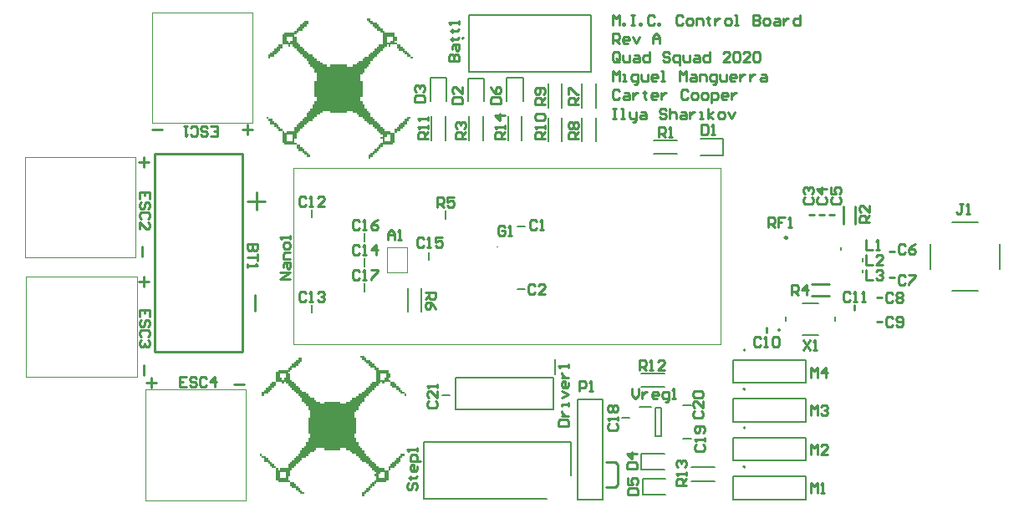
<source format=gto>
G04*
G04 #@! TF.GenerationSoftware,Altium Limited,Altium Designer,19.1.9 (167)*
G04*
G04 Layer_Color=65535*
%FSLAX25Y25*%
%MOIN*%
G70*
G01*
G75*
%ADD10C,0.00787*%
%ADD11C,0.00984*%
%ADD12C,0.00600*%
%ADD13C,0.00500*%
%ADD14C,0.01000*%
%ADD15C,0.00394*%
G36*
X101300Y47600D02*
Y46800D01*
X100500D01*
Y46000D01*
X99700D01*
Y45200D01*
X98900D01*
Y44400D01*
X98100D01*
Y43600D01*
X96500D01*
Y42800D01*
X95700D01*
Y43600D01*
Y44400D01*
X96500D01*
Y45200D01*
X97300D01*
Y46000D01*
X98100D01*
Y46800D01*
X98900D01*
Y47600D01*
X99700D01*
Y48400D01*
X101300D01*
Y47600D01*
D02*
G37*
G36*
X136500Y58000D02*
X137300D01*
Y57200D01*
X138900D01*
Y56400D01*
X139700D01*
Y55600D01*
X140500D01*
Y54800D01*
X141300D01*
Y54000D01*
X142100D01*
Y53200D01*
X146100D01*
Y52400D01*
Y51600D01*
X146900D01*
Y50800D01*
Y50000D01*
X146100D01*
Y49200D01*
X146900D01*
Y48400D01*
X148500D01*
Y47600D01*
X149300D01*
Y46800D01*
X150100D01*
Y46000D01*
X150900D01*
Y45200D01*
X151700D01*
Y44400D01*
X152500D01*
Y43600D01*
X153300D01*
Y42800D01*
X152500D01*
Y43600D01*
X150900D01*
Y44400D01*
X150100D01*
Y45200D01*
X149300D01*
Y46000D01*
X147700D01*
Y46800D01*
X146900D01*
Y47600D01*
Y48400D01*
X144500D01*
Y47600D01*
X143700D01*
Y48400D01*
X142900D01*
Y47600D01*
X142100D01*
Y46800D01*
X141300D01*
Y46000D01*
X140500D01*
Y45200D01*
X139700D01*
Y44400D01*
X138900D01*
Y43600D01*
X138100D01*
Y42800D01*
X137300D01*
Y42000D01*
X136500D01*
Y41200D01*
Y40400D01*
X135700D01*
Y39600D01*
X134900D01*
Y38800D01*
X134100D01*
Y38000D01*
Y37200D01*
X133300D01*
Y36400D01*
X132500D01*
Y35600D01*
Y34800D01*
Y34000D01*
X133300D01*
Y33200D01*
Y32400D01*
Y31600D01*
Y30800D01*
Y30000D01*
Y29200D01*
Y28400D01*
Y27600D01*
X132500D01*
Y26800D01*
Y26000D01*
X133300D01*
Y25200D01*
Y24400D01*
X134100D01*
Y23600D01*
Y22800D01*
X134900D01*
Y22000D01*
X135700D01*
Y21200D01*
X136500D01*
Y20400D01*
Y19600D01*
X137300D01*
Y18800D01*
X138100D01*
Y18000D01*
X138900D01*
Y17200D01*
X139700D01*
Y16400D01*
X140500D01*
Y15600D01*
X141300D01*
Y14800D01*
X142100D01*
Y14000D01*
X144500D01*
Y13200D01*
X146100D01*
Y12400D01*
Y11600D01*
Y10800D01*
Y10000D01*
Y9200D01*
X145300D01*
Y8400D01*
X141300D01*
Y7600D01*
X140500D01*
Y6800D01*
X139700D01*
Y6000D01*
X138900D01*
Y5200D01*
X138100D01*
Y4400D01*
X137300D01*
Y3600D01*
X136500D01*
Y2800D01*
X135700D01*
Y3600D01*
Y4400D01*
X136500D01*
Y5200D01*
X137300D01*
Y6000D01*
X138100D01*
Y6800D01*
X138900D01*
Y7600D01*
X139700D01*
Y8400D01*
X140500D01*
Y9200D01*
X141300D01*
Y10000D01*
Y10800D01*
X140500D01*
Y11600D01*
X141300D01*
Y12400D01*
X140500D01*
Y13200D01*
X139700D01*
Y14000D01*
X138900D01*
Y14800D01*
X138100D01*
Y15600D01*
X137300D01*
Y16400D01*
X135700D01*
Y17200D01*
X134900D01*
Y18000D01*
X134100D01*
Y18800D01*
X133300D01*
Y19600D01*
X131700D01*
Y20400D01*
X130900D01*
Y21200D01*
X129300D01*
Y22000D01*
X126900D01*
Y21200D01*
X120500D01*
Y22000D01*
X117300D01*
Y21200D01*
X116500D01*
Y20400D01*
X114900D01*
Y19600D01*
X114100D01*
Y18800D01*
X113300D01*
Y18000D01*
X111700D01*
Y17200D01*
X110900D01*
Y16400D01*
X110100D01*
Y15600D01*
X109300D01*
Y14800D01*
X108500D01*
Y14000D01*
X107700D01*
Y13200D01*
X106900D01*
Y12400D01*
Y11600D01*
Y10800D01*
X106100D01*
Y10000D01*
Y9200D01*
X106900D01*
Y8400D01*
X108500D01*
Y7600D01*
X109300D01*
Y6800D01*
X110100D01*
Y6000D01*
X110900D01*
Y5200D01*
X111700D01*
Y4400D01*
X112500D01*
Y3600D01*
X110900D01*
Y4400D01*
X110100D01*
Y5200D01*
X109300D01*
Y6000D01*
X107700D01*
Y6800D01*
X106900D01*
Y7600D01*
Y8400D01*
X102100D01*
Y9200D01*
X101300D01*
Y10000D01*
Y10800D01*
Y11600D01*
Y12400D01*
Y13200D01*
Y14000D01*
X99700D01*
Y14800D01*
X98900D01*
Y15600D01*
X98100D01*
Y16400D01*
X96500D01*
Y17200D01*
Y18000D01*
X95700D01*
Y18800D01*
X94900D01*
Y19600D01*
X95700D01*
Y18800D01*
X97300D01*
Y18000D01*
X98100D01*
Y17200D01*
X98900D01*
Y16400D01*
X99700D01*
Y15600D01*
X100500D01*
Y14800D01*
X101300D01*
Y14000D01*
X102100D01*
Y13200D01*
X102900D01*
Y14000D01*
X106100D01*
Y14800D01*
Y15600D01*
X106900D01*
Y16400D01*
X107700D01*
Y17200D01*
X108500D01*
Y18000D01*
X109300D01*
Y18800D01*
X110100D01*
Y19600D01*
X110900D01*
Y20400D01*
Y21200D01*
X111700D01*
Y22000D01*
X112500D01*
Y22800D01*
X113300D01*
Y23600D01*
Y24400D01*
X114100D01*
Y25200D01*
Y26000D01*
X114900D01*
Y26800D01*
Y27600D01*
X114100D01*
Y28400D01*
Y29200D01*
Y30000D01*
Y30800D01*
Y31600D01*
Y32400D01*
Y33200D01*
Y34000D01*
X114900D01*
Y34800D01*
Y35600D01*
Y36400D01*
Y37200D01*
X114100D01*
Y38000D01*
Y38800D01*
X113300D01*
Y39600D01*
X112500D01*
Y40400D01*
X111700D01*
Y41200D01*
Y42000D01*
X110900D01*
Y42800D01*
X110100D01*
Y43600D01*
X109300D01*
Y44400D01*
X108500D01*
Y45200D01*
X107700D01*
Y46000D01*
X106900D01*
Y46800D01*
X106100D01*
Y47600D01*
X105300D01*
Y48400D01*
X104500D01*
Y47600D01*
X103700D01*
Y48400D01*
X101300D01*
Y49200D01*
Y50000D01*
Y50800D01*
Y51600D01*
Y52400D01*
X102100D01*
Y53200D01*
X106100D01*
Y54000D01*
X106900D01*
Y54800D01*
X107700D01*
Y55600D01*
X108500D01*
Y56400D01*
X109300D01*
Y57200D01*
X110100D01*
Y58000D01*
X111700D01*
Y57200D01*
Y56400D01*
X110900D01*
Y55600D01*
X110100D01*
Y54800D01*
X109300D01*
Y54000D01*
X107700D01*
Y53200D01*
X106900D01*
Y52400D01*
X106100D01*
Y51600D01*
X106900D01*
Y50800D01*
Y50000D01*
Y49200D01*
X107700D01*
Y48400D01*
X108500D01*
Y47600D01*
X109300D01*
Y46800D01*
X110100D01*
Y46000D01*
X110900D01*
Y45200D01*
X111700D01*
Y44400D01*
X113300D01*
Y43600D01*
X114100D01*
Y42800D01*
X114900D01*
Y42000D01*
X116500D01*
Y41200D01*
X117300D01*
Y40400D01*
X118900D01*
Y39600D01*
X120500D01*
Y40400D01*
X126900D01*
Y39600D01*
X129300D01*
Y40400D01*
X130900D01*
Y41200D01*
X131700D01*
Y42000D01*
X133300D01*
Y42800D01*
X134100D01*
Y43600D01*
X135700D01*
Y44400D01*
X136500D01*
Y45200D01*
X137300D01*
Y46000D01*
X138100D01*
Y46800D01*
X138900D01*
Y47600D01*
X139700D01*
Y48400D01*
X141300D01*
Y49200D01*
Y50000D01*
Y50800D01*
Y51600D01*
Y52400D01*
Y53200D01*
X140500D01*
Y54000D01*
X138900D01*
Y54800D01*
X138100D01*
Y55600D01*
X137300D01*
Y56400D01*
X136500D01*
Y57200D01*
X135700D01*
Y58000D01*
X134900D01*
Y58800D01*
X136500D01*
Y58000D01*
D02*
G37*
G36*
X152500Y18800D02*
X151700D01*
Y18000D01*
X150900D01*
Y17200D01*
Y16400D01*
X150100D01*
Y15600D01*
X149300D01*
Y14800D01*
X148500D01*
Y14000D01*
X146900D01*
Y13200D01*
X146100D01*
Y14000D01*
Y14800D01*
X146900D01*
Y15600D01*
X147700D01*
Y16400D01*
X148500D01*
Y17200D01*
X149300D01*
Y18000D01*
X150100D01*
Y18800D01*
X150900D01*
Y19600D01*
X152500D01*
Y18800D01*
D02*
G37*
G36*
X103800Y182100D02*
Y181300D01*
X103000D01*
Y180500D01*
X102200D01*
Y179700D01*
X101400D01*
Y178900D01*
X100600D01*
Y178100D01*
X99000D01*
Y177300D01*
X98200D01*
Y178100D01*
Y178900D01*
X99000D01*
Y179700D01*
X99800D01*
Y180500D01*
X100600D01*
Y181300D01*
X101400D01*
Y182100D01*
X102200D01*
Y182900D01*
X103800D01*
Y182100D01*
D02*
G37*
G36*
X139000Y192500D02*
X139800D01*
Y191700D01*
X141400D01*
Y190900D01*
X142200D01*
Y190100D01*
X143000D01*
Y189300D01*
X143800D01*
Y188500D01*
X144600D01*
Y187700D01*
X148600D01*
Y186900D01*
Y186100D01*
X149400D01*
Y185300D01*
Y184500D01*
X148600D01*
Y183700D01*
X149400D01*
Y182900D01*
X151000D01*
Y182100D01*
X151800D01*
Y181300D01*
X152600D01*
Y180500D01*
X153400D01*
Y179700D01*
X154200D01*
Y178900D01*
X155000D01*
Y178100D01*
X155800D01*
Y177300D01*
X155000D01*
Y178100D01*
X153400D01*
Y178900D01*
X152600D01*
Y179700D01*
X151800D01*
Y180500D01*
X150200D01*
Y181300D01*
X149400D01*
Y182100D01*
Y182900D01*
X147000D01*
Y182100D01*
X146200D01*
Y182900D01*
X145400D01*
Y182100D01*
X144600D01*
Y181300D01*
X143800D01*
Y180500D01*
X143000D01*
Y179700D01*
X142200D01*
Y178900D01*
X141400D01*
Y178100D01*
X140600D01*
Y177300D01*
X139800D01*
Y176500D01*
X139000D01*
Y175700D01*
Y174900D01*
X138200D01*
Y174100D01*
X137400D01*
Y173300D01*
X136600D01*
Y172500D01*
Y171700D01*
X135800D01*
Y170900D01*
X135000D01*
Y170100D01*
Y169300D01*
Y168500D01*
X135800D01*
Y167700D01*
Y166900D01*
Y166100D01*
Y165300D01*
Y164500D01*
Y163700D01*
Y162900D01*
Y162100D01*
X135000D01*
Y161300D01*
Y160500D01*
X135800D01*
Y159700D01*
Y158900D01*
X136600D01*
Y158100D01*
Y157300D01*
X137400D01*
Y156500D01*
X138200D01*
Y155700D01*
X139000D01*
Y154900D01*
Y154100D01*
X139800D01*
Y153300D01*
X140600D01*
Y152500D01*
X141400D01*
Y151700D01*
X142200D01*
Y150900D01*
X143000D01*
Y150100D01*
X143800D01*
Y149300D01*
X144600D01*
Y148500D01*
X147000D01*
Y147700D01*
X148600D01*
Y146900D01*
Y146100D01*
Y145300D01*
Y144500D01*
Y143700D01*
X147800D01*
Y142900D01*
X143800D01*
Y142100D01*
X143000D01*
Y141300D01*
X142200D01*
Y140500D01*
X141400D01*
Y139700D01*
X140600D01*
Y138900D01*
X139800D01*
Y138100D01*
X139000D01*
Y137300D01*
X138200D01*
Y138100D01*
Y138900D01*
X139000D01*
Y139700D01*
X139800D01*
Y140500D01*
X140600D01*
Y141300D01*
X141400D01*
Y142100D01*
X142200D01*
Y142900D01*
X143000D01*
Y143700D01*
X143800D01*
Y144500D01*
Y145300D01*
X143000D01*
Y146100D01*
X143800D01*
Y146900D01*
X143000D01*
Y147700D01*
X142200D01*
Y148500D01*
X141400D01*
Y149300D01*
X140600D01*
Y150100D01*
X139800D01*
Y150900D01*
X138200D01*
Y151700D01*
X137400D01*
Y152500D01*
X136600D01*
Y153300D01*
X135800D01*
Y154100D01*
X134200D01*
Y154900D01*
X133400D01*
Y155700D01*
X131800D01*
Y156500D01*
X129400D01*
Y155700D01*
X123000D01*
Y156500D01*
X119800D01*
Y155700D01*
X119000D01*
Y154900D01*
X117400D01*
Y154100D01*
X116600D01*
Y153300D01*
X115800D01*
Y152500D01*
X114200D01*
Y151700D01*
X113400D01*
Y150900D01*
X112600D01*
Y150100D01*
X111800D01*
Y149300D01*
X111000D01*
Y148500D01*
X110200D01*
Y147700D01*
X109400D01*
Y146900D01*
Y146100D01*
Y145300D01*
X108600D01*
Y144500D01*
Y143700D01*
X109400D01*
Y142900D01*
X111000D01*
Y142100D01*
X111800D01*
Y141300D01*
X112600D01*
Y140500D01*
X113400D01*
Y139700D01*
X114200D01*
Y138900D01*
X115000D01*
Y138100D01*
X113400D01*
Y138900D01*
X112600D01*
Y139700D01*
X111800D01*
Y140500D01*
X110200D01*
Y141300D01*
X109400D01*
Y142100D01*
Y142900D01*
X104600D01*
Y143700D01*
X103800D01*
Y144500D01*
Y145300D01*
Y146100D01*
Y146900D01*
Y147700D01*
Y148500D01*
X102200D01*
Y149300D01*
X101400D01*
Y150100D01*
X100600D01*
Y150900D01*
X99000D01*
Y151700D01*
Y152500D01*
X98200D01*
Y153300D01*
X97400D01*
Y154100D01*
X98200D01*
Y153300D01*
X99800D01*
Y152500D01*
X100600D01*
Y151700D01*
X101400D01*
Y150900D01*
X102200D01*
Y150100D01*
X103000D01*
Y149300D01*
X103800D01*
Y148500D01*
X104600D01*
Y147700D01*
X105400D01*
Y148500D01*
X108600D01*
Y149300D01*
Y150100D01*
X109400D01*
Y150900D01*
X110200D01*
Y151700D01*
X111000D01*
Y152500D01*
X111800D01*
Y153300D01*
X112600D01*
Y154100D01*
X113400D01*
Y154900D01*
Y155700D01*
X114200D01*
Y156500D01*
X115000D01*
Y157300D01*
X115800D01*
Y158100D01*
Y158900D01*
X116600D01*
Y159700D01*
Y160500D01*
X117400D01*
Y161300D01*
Y162100D01*
X116600D01*
Y162900D01*
Y163700D01*
Y164500D01*
Y165300D01*
Y166100D01*
Y166900D01*
Y167700D01*
Y168500D01*
X117400D01*
Y169300D01*
Y170100D01*
Y170900D01*
Y171700D01*
X116600D01*
Y172500D01*
Y173300D01*
X115800D01*
Y174100D01*
X115000D01*
Y174900D01*
X114200D01*
Y175700D01*
Y176500D01*
X113400D01*
Y177300D01*
X112600D01*
Y178100D01*
X111800D01*
Y178900D01*
X111000D01*
Y179700D01*
X110200D01*
Y180500D01*
X109400D01*
Y181300D01*
X108600D01*
Y182100D01*
X107800D01*
Y182900D01*
X107000D01*
Y182100D01*
X106200D01*
Y182900D01*
X103800D01*
Y183700D01*
Y184500D01*
Y185300D01*
Y186100D01*
Y186900D01*
X104600D01*
Y187700D01*
X108600D01*
Y188500D01*
X109400D01*
Y189300D01*
X110200D01*
Y190100D01*
X111000D01*
Y190900D01*
X111800D01*
Y191700D01*
X112600D01*
Y192500D01*
X114200D01*
Y191700D01*
Y190900D01*
X113400D01*
Y190100D01*
X112600D01*
Y189300D01*
X111800D01*
Y188500D01*
X110200D01*
Y187700D01*
X109400D01*
Y186900D01*
X108600D01*
Y186100D01*
X109400D01*
Y185300D01*
Y184500D01*
Y183700D01*
X110200D01*
Y182900D01*
X111000D01*
Y182100D01*
X111800D01*
Y181300D01*
X112600D01*
Y180500D01*
X113400D01*
Y179700D01*
X114200D01*
Y178900D01*
X115800D01*
Y178100D01*
X116600D01*
Y177300D01*
X117400D01*
Y176500D01*
X119000D01*
Y175700D01*
X119800D01*
Y174900D01*
X121400D01*
Y174100D01*
X123000D01*
Y174900D01*
X129400D01*
Y174100D01*
X131800D01*
Y174900D01*
X133400D01*
Y175700D01*
X134200D01*
Y176500D01*
X135800D01*
Y177300D01*
X136600D01*
Y178100D01*
X138200D01*
Y178900D01*
X139000D01*
Y179700D01*
X139800D01*
Y180500D01*
X140600D01*
Y181300D01*
X141400D01*
Y182100D01*
X142200D01*
Y182900D01*
X143800D01*
Y183700D01*
Y184500D01*
Y185300D01*
Y186100D01*
Y186900D01*
Y187700D01*
X143000D01*
Y188500D01*
X141400D01*
Y189300D01*
X140600D01*
Y190100D01*
X139800D01*
Y190900D01*
X139000D01*
Y191700D01*
X138200D01*
Y192500D01*
X137400D01*
Y193300D01*
X139000D01*
Y192500D01*
D02*
G37*
G36*
X155000Y153300D02*
X154200D01*
Y152500D01*
X153400D01*
Y151700D01*
Y150900D01*
X152600D01*
Y150100D01*
X151800D01*
Y149300D01*
X151000D01*
Y148500D01*
X149400D01*
Y147700D01*
X148600D01*
Y148500D01*
Y149300D01*
X149400D01*
Y150100D01*
X150200D01*
Y150900D01*
X151000D01*
Y151700D01*
X151800D01*
Y152500D01*
X152600D01*
Y153300D01*
X153400D01*
Y154100D01*
X155000D01*
Y153300D01*
D02*
G37*
%LPC*%
G36*
X145300Y51600D02*
X142900D01*
Y50800D01*
Y50000D01*
Y49200D01*
X144500D01*
Y50000D01*
X145300D01*
Y50800D01*
Y51600D01*
D02*
G37*
G36*
X105300D02*
X102900D01*
Y50800D01*
Y50000D01*
X103700D01*
Y49200D01*
X104500D01*
Y50000D01*
X105300D01*
Y50800D01*
Y51600D01*
D02*
G37*
G36*
X144500Y12400D02*
X142900D01*
Y11600D01*
X142100D01*
Y10800D01*
Y10000D01*
X144500D01*
Y10800D01*
Y11600D01*
Y12400D01*
D02*
G37*
G36*
X105300D02*
X102900D01*
Y11600D01*
Y10800D01*
Y10000D01*
X105300D01*
Y10800D01*
Y11600D01*
Y12400D01*
D02*
G37*
G36*
X147800Y186100D02*
X145400D01*
Y185300D01*
Y184500D01*
Y183700D01*
X147000D01*
Y184500D01*
X147800D01*
Y185300D01*
Y186100D01*
D02*
G37*
G36*
X107800D02*
X105400D01*
Y185300D01*
Y184500D01*
X106200D01*
Y183700D01*
X107000D01*
Y184500D01*
X107800D01*
Y185300D01*
Y186100D01*
D02*
G37*
G36*
X147000Y146900D02*
X145400D01*
Y146100D01*
X144600D01*
Y145300D01*
Y144500D01*
X147000D01*
Y145300D01*
Y146100D01*
Y146900D01*
D02*
G37*
G36*
X107800D02*
X105400D01*
Y146100D01*
Y145300D01*
Y144500D01*
X107800D01*
Y145300D01*
Y146100D01*
Y146900D01*
D02*
G37*
%LPD*%
D10*
X288394Y61035D02*
G03*
X288394Y61035I-394J0D01*
G01*
Y45535D02*
G03*
X288394Y45535I-394J0D01*
G01*
Y30035D02*
G03*
X288394Y30035I-394J0D01*
G01*
Y14535D02*
G03*
X288394Y14535I-394J0D01*
G01*
X189457Y102284D02*
G03*
X189457Y102284I-106J0D01*
G01*
X176161Y185500D02*
G03*
X176161Y185500I-394J0D01*
G01*
X302256Y69090D02*
G03*
X302256Y69090I-394J0D01*
G01*
X162752Y160500D02*
Y169653D01*
X169248D01*
Y160500D02*
Y169653D01*
X193252Y160547D02*
Y169701D01*
X199748D01*
Y160547D02*
Y169701D01*
X177752Y160500D02*
Y169555D01*
X184248D01*
Y160500D02*
Y169555D01*
X247386Y3263D02*
X256441D01*
X247386D02*
Y9760D01*
X256441D01*
X270595Y138752D02*
X279650D01*
Y145248D01*
X270595D02*
X279650D01*
X221488Y1512D02*
X231488D01*
X221488D02*
Y41511D01*
X231488Y1512D02*
Y41511D01*
X221488D02*
X231488D01*
X247040Y13338D02*
X256095D01*
X247040D02*
Y19835D01*
X256095D01*
X246280Y38252D02*
X251005D01*
X252382Y26638D02*
Y38055D01*
Y26638D02*
X254745D01*
Y38055D01*
X252382D02*
X254745D01*
X160315Y1760D02*
X209331D01*
X160315D02*
Y24397D01*
X218977D01*
Y11011D02*
Y24397D01*
X211977Y37389D02*
Y49988D01*
X173000Y37389D02*
X211977D01*
X173000D02*
Y49988D01*
X211977D01*
X212646Y51366D02*
Y57370D01*
X326669Y100909D02*
Y102091D01*
X335362Y91909D02*
Y93090D01*
X335331Y96409D02*
Y97591D01*
D11*
X305142Y105890D02*
G03*
X305142Y105890I-492J0D01*
G01*
D12*
X168756Y144776D02*
Y154224D01*
X163244Y144776D02*
Y154224D01*
X199256Y144776D02*
Y154224D01*
X193744Y144776D02*
Y154224D01*
X183756Y144776D02*
Y154224D01*
X178244Y144776D02*
Y154224D01*
X209744Y157776D02*
Y167224D01*
X215256Y157776D02*
Y167224D01*
X251776Y144756D02*
X261224D01*
X251776Y139244D02*
X261224D01*
X246918Y46330D02*
X256367D01*
X246918Y51842D02*
X256367D01*
X266764Y14267D02*
X276213D01*
X266764Y8756D02*
X276213D01*
X263567Y39138D02*
X266717D01*
X263568Y25586D02*
X266717D01*
X239068Y34086D02*
X242217D01*
X168949Y113425D02*
Y116575D01*
X153744Y76327D02*
Y85776D01*
X159256Y76327D02*
Y85776D01*
X167414Y43012D02*
X170563D01*
X136500Y84425D02*
Y87575D01*
X136448Y104425D02*
Y107575D01*
X136500Y94425D02*
Y97575D01*
X162052Y96925D02*
Y100075D01*
X197425Y85500D02*
X200575D01*
X197425Y110552D02*
X200575D01*
X215256Y144327D02*
Y153776D01*
X209744Y144327D02*
Y153776D01*
X228756Y144327D02*
Y153776D01*
X223244Y144327D02*
Y153776D01*
X228756Y157827D02*
Y167276D01*
X223244Y157827D02*
Y167276D01*
X115552Y113925D02*
Y117075D01*
Y75925D02*
Y79075D01*
D13*
X283598Y47902D02*
X312402D01*
Y57098D01*
X283598D02*
X312402D01*
X283598Y47902D02*
Y57098D01*
Y32402D02*
X312402D01*
Y41598D01*
X283598D02*
X312402D01*
X283598Y32402D02*
Y41598D01*
Y16902D02*
X312402D01*
Y26098D01*
X283598D02*
X312402D01*
X283598Y16902D02*
Y26098D01*
Y1402D02*
X312402D01*
Y10598D01*
X283598D02*
X312402D01*
X283598Y1402D02*
Y10598D01*
X370880Y112205D02*
X381117D01*
X389778Y93307D02*
Y103543D01*
X362219Y93307D02*
Y103543D01*
X370880Y84646D02*
X381117D01*
X178169Y172114D02*
Y194752D01*
X226988D01*
Y172114D02*
Y194752D01*
X178169Y172114D02*
X226988D01*
X324342Y72713D02*
Y74287D01*
X304658Y72713D02*
Y74287D01*
X311350Y67201D02*
X317650D01*
X311350Y79799D02*
X317650D01*
D14*
X232896Y16511D02*
X233488D01*
X236488D01*
X237488Y15511D01*
Y7512D02*
Y15511D01*
X236488Y6511D02*
X237488Y7512D01*
X232988Y6511D02*
X236488D01*
X53000Y60250D02*
X88000D01*
X53000D02*
Y139250D01*
X93500Y117000D02*
Y124000D01*
X90000Y120500D02*
X97000D01*
X88000Y91125D02*
Y113875D01*
X53000Y139250D02*
X88000D01*
X93000Y81000D02*
Y83000D01*
Y76750D02*
Y81000D01*
X88000Y113875D02*
Y139250D01*
Y60250D02*
Y91125D01*
X341000Y72499D02*
X343000D01*
X341000Y81999D02*
X343000D01*
X332001Y77000D02*
Y79000D01*
X314757Y87362D02*
X321843D01*
X314757Y82638D02*
X321843D01*
X296999Y68000D02*
Y70000D01*
X346000Y100500D02*
X348000D01*
X346000Y89999D02*
X348000D01*
X332362Y111457D02*
Y118543D01*
X327638Y111457D02*
Y118543D01*
X322000Y115001D02*
X324000D01*
X318000D02*
X320000D01*
X314000D02*
X316000D01*
X235500Y190699D02*
Y194697D01*
X236833Y193364D01*
X238166Y194697D01*
Y190699D01*
X239499D02*
Y191365D01*
X240165D01*
Y190699D01*
X239499D01*
X242831Y194697D02*
X244164D01*
X243497D01*
Y190699D01*
X242831D01*
X244164D01*
X246163D02*
Y191365D01*
X246830D01*
Y190699D01*
X246163D01*
X252161Y194031D02*
X251495Y194697D01*
X250162D01*
X249496Y194031D01*
Y191365D01*
X250162Y190699D01*
X251495D01*
X252161Y191365D01*
X253494Y190699D02*
Y191365D01*
X254161D01*
Y190699D01*
X253494D01*
X263491Y194031D02*
X262825Y194697D01*
X261492D01*
X260825Y194031D01*
Y191365D01*
X261492Y190699D01*
X262825D01*
X263491Y191365D01*
X265490Y190699D02*
X266823D01*
X267490Y191365D01*
Y192698D01*
X266823Y193364D01*
X265490D01*
X264824Y192698D01*
Y191365D01*
X265490Y190699D01*
X268823D02*
Y193364D01*
X270822D01*
X271488Y192698D01*
Y190699D01*
X273488Y194031D02*
Y193364D01*
X272821D01*
X274154D01*
X273488D01*
Y191365D01*
X274154Y190699D01*
X276154Y193364D02*
Y190699D01*
Y192031D01*
X276820Y192698D01*
X277486Y193364D01*
X278153D01*
X280819Y190699D02*
X282152D01*
X282818Y191365D01*
Y192698D01*
X282152Y193364D01*
X280819D01*
X280152Y192698D01*
Y191365D01*
X280819Y190699D01*
X284151D02*
X285484D01*
X284817D01*
Y194697D01*
X284151D01*
X291482D02*
Y190699D01*
X293481D01*
X294148Y191365D01*
Y192031D01*
X293481Y192698D01*
X291482D01*
X293481D01*
X294148Y193364D01*
Y194031D01*
X293481Y194697D01*
X291482D01*
X296147Y190699D02*
X297480D01*
X298147Y191365D01*
Y192698D01*
X297480Y193364D01*
X296147D01*
X295481Y192698D01*
Y191365D01*
X296147Y190699D01*
X300146Y193364D02*
X301479D01*
X302145Y192698D01*
Y190699D01*
X300146D01*
X299479Y191365D01*
X300146Y192031D01*
X302145D01*
X303478Y193364D02*
Y190699D01*
Y192031D01*
X304145Y192698D01*
X304811Y193364D01*
X305477D01*
X310143Y194697D02*
Y190699D01*
X308143D01*
X307477Y191365D01*
Y192698D01*
X308143Y193364D01*
X310143D01*
X235500Y183500D02*
Y187499D01*
X237499D01*
X238166Y186832D01*
Y185499D01*
X237499Y184833D01*
X235500D01*
X236833D02*
X238166Y183500D01*
X241498D02*
X240165D01*
X239499Y184167D01*
Y185499D01*
X240165Y186166D01*
X241498D01*
X242164Y185499D01*
Y184833D01*
X239499D01*
X243497Y186166D02*
X244830Y183500D01*
X246163Y186166D01*
X251495Y183500D02*
Y186166D01*
X252828Y187499D01*
X254161Y186166D01*
Y183500D01*
Y185499D01*
X251495D01*
X235500Y157499D02*
X236833D01*
X236166D01*
Y153500D01*
X235500D01*
X236833D01*
X238832D02*
X240165D01*
X239499D01*
Y157499D01*
X238832D01*
X242164Y156166D02*
Y154166D01*
X242831Y153500D01*
X244830D01*
Y152833D01*
X244164Y152167D01*
X243497D01*
X244830Y153500D02*
Y156166D01*
X246830D02*
X248163D01*
X248829Y155499D01*
Y153500D01*
X246830D01*
X246163Y154166D01*
X246830Y154833D01*
X248829D01*
X256826Y156832D02*
X256160Y157499D01*
X254827D01*
X254161Y156832D01*
Y156166D01*
X254827Y155499D01*
X256160D01*
X256826Y154833D01*
Y154166D01*
X256160Y153500D01*
X254827D01*
X254161Y154166D01*
X258159Y157499D02*
Y153500D01*
Y155499D01*
X258826Y156166D01*
X260159D01*
X260825Y155499D01*
Y153500D01*
X262825Y156166D02*
X264157D01*
X264824Y155499D01*
Y153500D01*
X262825D01*
X262158Y154166D01*
X262825Y154833D01*
X264824D01*
X266157Y156166D02*
Y153500D01*
Y154833D01*
X266823Y155499D01*
X267490Y156166D01*
X268156D01*
X270156Y153500D02*
X271488D01*
X270822D01*
Y156166D01*
X270156D01*
X273488Y153500D02*
Y157499D01*
Y154833D02*
X275487Y156166D01*
X273488Y154833D02*
X275487Y153500D01*
X278153D02*
X279486D01*
X280152Y154166D01*
Y155499D01*
X279486Y156166D01*
X278153D01*
X277486Y155499D01*
Y154166D01*
X278153Y153500D01*
X281485Y156166D02*
X282818Y153500D01*
X284151Y156166D01*
X56000Y149001D02*
X52001D01*
X48001Y98500D02*
Y102499D01*
X48501Y51000D02*
Y54999D01*
X84500Y47499D02*
X88499D01*
X49500Y47999D02*
X53499D01*
X51499Y49998D02*
Y46000D01*
X46500Y88499D02*
X50499D01*
X48499Y90498D02*
Y86500D01*
X88000Y148999D02*
X91999D01*
X89999Y150998D02*
Y147000D01*
X46500Y135999D02*
X50499D01*
X48499Y137998D02*
Y134000D01*
X238166Y164332D02*
X237499Y164999D01*
X236166D01*
X235500Y164332D01*
Y161667D01*
X236166Y161000D01*
X237499D01*
X238166Y161667D01*
X240165Y163666D02*
X241498D01*
X242164Y162999D01*
Y161000D01*
X240165D01*
X239499Y161667D01*
X240165Y162333D01*
X242164D01*
X243497Y163666D02*
Y161000D01*
Y162333D01*
X244164Y162999D01*
X244830Y163666D01*
X245497D01*
X248163Y164332D02*
Y163666D01*
X247496D01*
X248829D01*
X248163D01*
Y161667D01*
X248829Y161000D01*
X252828D02*
X251495D01*
X250828Y161667D01*
Y162999D01*
X251495Y163666D01*
X252828D01*
X253494Y162999D01*
Y162333D01*
X250828D01*
X254827Y163666D02*
Y161000D01*
Y162333D01*
X255494Y162999D01*
X256160Y163666D01*
X256826D01*
X265490Y164332D02*
X264824Y164999D01*
X263491D01*
X262825Y164332D01*
Y161667D01*
X263491Y161000D01*
X264824D01*
X265490Y161667D01*
X267490Y161000D02*
X268823D01*
X269489Y161667D01*
Y162999D01*
X268823Y163666D01*
X267490D01*
X266823Y162999D01*
Y161667D01*
X267490Y161000D01*
X271488D02*
X272821D01*
X273488Y161667D01*
Y162999D01*
X272821Y163666D01*
X271488D01*
X270822Y162999D01*
Y161667D01*
X271488Y161000D01*
X274821Y159667D02*
Y163666D01*
X276820D01*
X277486Y162999D01*
Y161667D01*
X276820Y161000D01*
X274821D01*
X280819D02*
X279486D01*
X278819Y161667D01*
Y162999D01*
X279486Y163666D01*
X280819D01*
X281485Y162999D01*
Y162333D01*
X278819D01*
X282818Y163666D02*
Y161000D01*
Y162333D01*
X283485Y162999D01*
X284151Y163666D01*
X284817D01*
X235500Y168500D02*
Y172499D01*
X236833Y171166D01*
X238166Y172499D01*
Y168500D01*
X239499D02*
X240832D01*
X240165D01*
Y171166D01*
X239499D01*
X244164Y167167D02*
X244830D01*
X245497Y167833D01*
Y171166D01*
X243497D01*
X242831Y170499D01*
Y169167D01*
X243497Y168500D01*
X245497D01*
X246830Y171166D02*
Y169167D01*
X247496Y168500D01*
X249496D01*
Y171166D01*
X252828Y168500D02*
X251495D01*
X250828Y169167D01*
Y170499D01*
X251495Y171166D01*
X252828D01*
X253494Y170499D01*
Y169833D01*
X250828D01*
X254827Y168500D02*
X256160D01*
X255494D01*
Y172499D01*
X254827D01*
X262158Y168500D02*
Y172499D01*
X263491Y171166D01*
X264824Y172499D01*
Y168500D01*
X266823Y171166D02*
X268156D01*
X268823Y170499D01*
Y168500D01*
X266823D01*
X266157Y169167D01*
X266823Y169833D01*
X268823D01*
X270156Y168500D02*
Y171166D01*
X272155D01*
X272821Y170499D01*
Y168500D01*
X275487Y167167D02*
X276153D01*
X276820Y167833D01*
Y171166D01*
X274821D01*
X274154Y170499D01*
Y169167D01*
X274821Y168500D01*
X276820D01*
X278153Y171166D02*
Y169167D01*
X278819Y168500D01*
X280819D01*
Y171166D01*
X284151Y168500D02*
X282818D01*
X282152Y169167D01*
Y170499D01*
X282818Y171166D01*
X284151D01*
X284817Y170499D01*
Y169833D01*
X282152D01*
X286150Y171166D02*
Y168500D01*
Y169833D01*
X286817Y170499D01*
X287483Y171166D01*
X288150D01*
X290149D02*
Y168500D01*
Y169833D01*
X290815Y170499D01*
X291482Y171166D01*
X292148D01*
X294814D02*
X296147D01*
X296814Y170499D01*
Y168500D01*
X294814D01*
X294148Y169167D01*
X294814Y169833D01*
X296814D01*
X238166Y176666D02*
Y179332D01*
X237499Y179999D01*
X236166D01*
X235500Y179332D01*
Y176666D01*
X236166Y176000D01*
X237499D01*
X236833Y177333D02*
X238166Y176000D01*
X237499D02*
X238166Y176666D01*
X239499Y178666D02*
Y176666D01*
X240165Y176000D01*
X242164D01*
Y178666D01*
X244164D02*
X245497D01*
X246163Y177999D01*
Y176000D01*
X244164D01*
X243497Y176666D01*
X244164Y177333D01*
X246163D01*
X250162Y179999D02*
Y176000D01*
X248163D01*
X247496Y176666D01*
Y177999D01*
X248163Y178666D01*
X250162D01*
X258159Y179332D02*
X257493Y179999D01*
X256160D01*
X255494Y179332D01*
Y178666D01*
X256160Y177999D01*
X257493D01*
X258159Y177333D01*
Y176666D01*
X257493Y176000D01*
X256160D01*
X255494Y176666D01*
X262158Y174667D02*
Y178666D01*
X260159D01*
X259492Y177999D01*
Y176666D01*
X260159Y176000D01*
X262158D01*
X263491Y178666D02*
Y176666D01*
X264157Y176000D01*
X266157D01*
Y178666D01*
X268156D02*
X269489D01*
X270156Y177999D01*
Y176000D01*
X268156D01*
X267490Y176666D01*
X268156Y177333D01*
X270156D01*
X274154Y179999D02*
Y176000D01*
X272155D01*
X271488Y176666D01*
Y177999D01*
X272155Y178666D01*
X274154D01*
X282152Y176000D02*
X279486D01*
X282152Y178666D01*
Y179332D01*
X281485Y179999D01*
X280152D01*
X279486Y179332D01*
X283485D02*
X284151Y179999D01*
X285484D01*
X286150Y179332D01*
Y176666D01*
X285484Y176000D01*
X284151D01*
X283485Y176666D01*
Y179332D01*
X290149Y176000D02*
X287483D01*
X290149Y178666D01*
Y179332D01*
X289483Y179999D01*
X288150D01*
X287483Y179332D01*
X291482D02*
X292148Y179999D01*
X293481D01*
X294148Y179332D01*
Y176666D01*
X293481Y176000D01*
X292148D01*
X291482Y176666D01*
Y179332D01*
X187001Y159500D02*
X191000D01*
Y161499D01*
X190333Y162166D01*
X187668D01*
X187001Y161499D01*
Y159500D01*
Y166165D02*
X187668Y164832D01*
X189001Y163499D01*
X190333D01*
X191000Y164165D01*
Y165498D01*
X190333Y166165D01*
X189667D01*
X189001Y165498D01*
Y163499D01*
X156501Y160000D02*
X160500D01*
Y161999D01*
X159834Y162666D01*
X157168D01*
X156501Y161999D01*
Y160000D01*
X157168Y163999D02*
X156501Y164665D01*
Y165998D01*
X157168Y166665D01*
X157834D01*
X158501Y165998D01*
Y165332D01*
Y165998D01*
X159167Y166665D01*
X159834D01*
X160500Y165998D01*
Y164665D01*
X159834Y163999D01*
X208500Y159000D02*
X204501D01*
Y160999D01*
X205168Y161666D01*
X206501D01*
X207167Y160999D01*
Y159000D01*
Y160333D02*
X208500Y161666D01*
X207834Y162999D02*
X208500Y163665D01*
Y164998D01*
X207834Y165665D01*
X205168D01*
X204501Y164998D01*
Y163665D01*
X205168Y162999D01*
X205834D01*
X206501Y163665D01*
Y165665D01*
X192500Y145449D02*
X188501D01*
Y147448D01*
X189168Y148115D01*
X190501D01*
X191167Y147448D01*
Y145449D01*
Y146782D02*
X192500Y148115D01*
Y149448D02*
Y150780D01*
Y150114D01*
X188501D01*
X189168Y149448D01*
X192500Y154779D02*
X188501D01*
X190501Y152780D01*
Y155446D01*
X162000Y145500D02*
X158001D01*
Y147499D01*
X158668Y148166D01*
X160001D01*
X160667Y147499D01*
Y145500D01*
Y146833D02*
X162000Y148166D01*
Y149499D02*
Y150832D01*
Y150165D01*
X158001D01*
X158668Y149499D01*
X162000Y152831D02*
Y154164D01*
Y153497D01*
X158001D01*
X158668Y152831D01*
X177000Y145500D02*
X173001D01*
Y147499D01*
X173668Y148166D01*
X175001D01*
X175667Y147499D01*
Y145500D01*
Y146833D02*
X177000Y148166D01*
X173668Y149499D02*
X173001Y150165D01*
Y151498D01*
X173668Y152164D01*
X174334D01*
X175001Y151498D01*
Y150832D01*
Y151498D01*
X175667Y152164D01*
X176333D01*
X177000Y151498D01*
Y150165D01*
X176333Y149499D01*
X171501Y159500D02*
X175500D01*
Y161499D01*
X174834Y162166D01*
X172168D01*
X171501Y161499D01*
Y159500D01*
X175500Y166165D02*
Y163499D01*
X172834Y166165D01*
X172168D01*
X171501Y165498D01*
Y164165D01*
X172168Y163499D01*
X314500Y50000D02*
Y53999D01*
X315833Y52666D01*
X317166Y53999D01*
Y50000D01*
X320498D02*
Y53999D01*
X318499Y51999D01*
X321164D01*
X254000Y146000D02*
Y149999D01*
X255999D01*
X256666Y149332D01*
Y147999D01*
X255999Y147333D01*
X254000D01*
X255333D02*
X256666Y146000D01*
X257999D02*
X259332D01*
X258665D01*
Y149999D01*
X257999Y149332D01*
X222088Y44877D02*
Y48875D01*
X224088D01*
X224754Y48209D01*
Y46876D01*
X224088Y46210D01*
X222088D01*
X226087Y44877D02*
X227420D01*
X226754D01*
Y48875D01*
X226087Y48209D01*
X271000Y150999D02*
Y147000D01*
X272999D01*
X273666Y147667D01*
Y150332D01*
X272999Y150999D01*
X271000D01*
X274999Y147000D02*
X276332D01*
X275665D01*
Y150999D01*
X274999Y150332D01*
X93999Y103500D02*
X90000D01*
Y101501D01*
X90666Y100834D01*
X91333D01*
X91999Y101501D01*
Y103500D01*
Y101501D01*
X92666Y100834D01*
X93332D01*
X93999Y101501D01*
Y103500D01*
Y99501D02*
Y96836D01*
Y98168D01*
X90000D01*
Y95503D02*
Y94170D01*
Y94836D01*
X93999D01*
X93332Y95503D01*
X107000Y89500D02*
X103001D01*
X107000Y92166D01*
X103001D01*
X104334Y94165D02*
Y95498D01*
X105001Y96165D01*
X107000D01*
Y94165D01*
X106333Y93499D01*
X105667Y94165D01*
Y96165D01*
X107000Y97497D02*
X104334D01*
Y99497D01*
X105001Y100163D01*
X107000D01*
Y102163D02*
Y103496D01*
X106333Y104162D01*
X105001D01*
X104334Y103496D01*
Y102163D01*
X105001Y101496D01*
X106333D01*
X107000Y102163D01*
Y105495D02*
Y106828D01*
Y106161D01*
X103001D01*
X103668Y105495D01*
X375166Y119499D02*
X373833D01*
X374499D01*
Y116166D01*
X373833Y115500D01*
X373166D01*
X372500Y116166D01*
X376499Y115500D02*
X377832D01*
X377165D01*
Y119499D01*
X376499Y118832D01*
X154168Y8166D02*
X153501Y7499D01*
Y6166D01*
X154168Y5500D01*
X154834D01*
X155501Y6166D01*
Y7499D01*
X156167Y8166D01*
X156834D01*
X157500Y7499D01*
Y6166D01*
X156834Y5500D01*
X154168Y10165D02*
X154834D01*
Y9499D01*
Y10832D01*
Y10165D01*
X156834D01*
X157500Y10832D01*
Y14830D02*
Y13497D01*
X156834Y12831D01*
X155501D01*
X154834Y13497D01*
Y14830D01*
X155501Y15497D01*
X156167D01*
Y12831D01*
X158833Y16830D02*
X154834D01*
Y18829D01*
X155501Y19496D01*
X156834D01*
X157500Y18829D01*
Y16830D01*
Y20828D02*
Y22161D01*
Y21495D01*
X153501D01*
X154168Y20828D01*
X243142Y45585D02*
Y42919D01*
X244475Y41586D01*
X245808Y42919D01*
Y45585D01*
X247141Y44252D02*
Y41586D01*
Y42919D01*
X247808Y43586D01*
X248474Y44252D01*
X249140D01*
X253139Y41586D02*
X251806D01*
X251140Y42253D01*
Y43586D01*
X251806Y44252D01*
X253139D01*
X253806Y43586D01*
Y42919D01*
X251140D01*
X256471Y40253D02*
X257138D01*
X257804Y40920D01*
Y44252D01*
X255805D01*
X255138Y43586D01*
Y42253D01*
X255805Y41586D01*
X257804D01*
X259137D02*
X260470D01*
X259804D01*
Y45585D01*
X259137Y44919D01*
X264988Y7012D02*
X260990D01*
Y9011D01*
X261656Y9677D01*
X262989D01*
X263655Y9011D01*
Y7012D01*
Y8344D02*
X264988Y9677D01*
Y11010D02*
Y12343D01*
Y11677D01*
X260990D01*
X261656Y11010D01*
Y14343D02*
X260990Y15009D01*
Y16342D01*
X261656Y17008D01*
X262323D01*
X262989Y16342D01*
Y15675D01*
Y16342D01*
X263655Y17008D01*
X264322D01*
X264988Y16342D01*
Y15009D01*
X264322Y14343D01*
X246142Y53086D02*
Y57085D01*
X248142D01*
X248808Y56419D01*
Y55086D01*
X248142Y54419D01*
X246142D01*
X247475D02*
X248808Y53086D01*
X250141D02*
X251474D01*
X250807D01*
Y57085D01*
X250141Y56419D01*
X256139Y53086D02*
X253473D01*
X256139Y55752D01*
Y56419D01*
X255473Y57085D01*
X254140D01*
X253473Y56419D01*
X161000Y84051D02*
X164999D01*
Y82052D01*
X164332Y81385D01*
X162999D01*
X162333Y82052D01*
Y84051D01*
Y82718D02*
X161000Y81385D01*
X164999Y77387D02*
X164332Y78720D01*
X162999Y80053D01*
X161667D01*
X161000Y79386D01*
Y78053D01*
X161667Y77387D01*
X162333D01*
X162999Y78053D01*
Y80053D01*
X165500Y118000D02*
Y121999D01*
X167499D01*
X168166Y121332D01*
Y119999D01*
X167499Y119333D01*
X165500D01*
X166833D02*
X168166Y118000D01*
X172164Y121999D02*
X169499D01*
Y119999D01*
X170832Y120666D01*
X171498D01*
X172164Y119999D01*
Y118667D01*
X171498Y118000D01*
X170165D01*
X169499Y118667D01*
X192566Y110032D02*
X191899Y110699D01*
X190567D01*
X189900Y110032D01*
Y107367D01*
X190567Y106700D01*
X191899D01*
X192566Y107367D01*
Y108699D01*
X191233D01*
X193899Y106700D02*
X195232D01*
X194565D01*
Y110699D01*
X193899Y110032D01*
X213990Y30866D02*
X217988D01*
Y32865D01*
X217322Y33532D01*
X214656D01*
X213990Y32865D01*
Y30866D01*
X215323Y34865D02*
X217988D01*
X216655D01*
X215989Y35531D01*
X215323Y36198D01*
Y36864D01*
X217988Y38863D02*
Y40196D01*
Y39530D01*
X215323D01*
Y38863D01*
Y42196D02*
X217988Y43529D01*
X215323Y44861D01*
X217988Y48194D02*
Y46861D01*
X217322Y46194D01*
X215989D01*
X215323Y46861D01*
Y48194D01*
X215989Y48860D01*
X216655D01*
Y46194D01*
X215323Y50193D02*
X217988D01*
X216655D01*
X215989Y50859D01*
X215323Y51526D01*
Y52192D01*
X217988Y54192D02*
Y55525D01*
Y54858D01*
X213990D01*
X214656Y54192D01*
X241490Y3511D02*
X245488D01*
Y5511D01*
X244822Y6177D01*
X242156D01*
X241490Y5511D01*
Y3511D01*
Y10176D02*
Y7510D01*
X243489D01*
X242823Y8843D01*
Y9510D01*
X243489Y10176D01*
X244822D01*
X245488Y9510D01*
Y8177D01*
X244822Y7510D01*
X241144Y13586D02*
X245142D01*
Y15586D01*
X244476Y16252D01*
X241810D01*
X241144Y15586D01*
Y13586D01*
X245142Y19584D02*
X241144D01*
X243143Y17585D01*
Y20251D01*
X162156Y40677D02*
X161490Y40011D01*
Y38678D01*
X162156Y38012D01*
X164822D01*
X165488Y38678D01*
Y40011D01*
X164822Y40677D01*
X165488Y44676D02*
Y42010D01*
X162823Y44676D01*
X162156D01*
X161490Y44010D01*
Y42677D01*
X162156Y42010D01*
X165488Y46009D02*
Y47342D01*
Y46675D01*
X161490D01*
X162156Y46009D01*
X268310Y36803D02*
X267644Y36137D01*
Y34804D01*
X268310Y34138D01*
X270976D01*
X271642Y34804D01*
Y36137D01*
X270976Y36803D01*
X271642Y40802D02*
Y38136D01*
X268977Y40802D01*
X268310D01*
X267644Y40136D01*
Y38803D01*
X268310Y38136D01*
Y42135D02*
X267644Y42801D01*
Y44134D01*
X268310Y44801D01*
X270976D01*
X271642Y44134D01*
Y42801D01*
X270976Y42135D01*
X268310D01*
X268810Y23252D02*
X268144Y22586D01*
Y21253D01*
X268810Y20586D01*
X271476D01*
X272142Y21253D01*
Y22586D01*
X271476Y23252D01*
X272142Y24585D02*
Y25918D01*
Y25252D01*
X268144D01*
X268810Y24585D01*
X271476Y27917D02*
X272142Y28584D01*
Y29917D01*
X271476Y30583D01*
X268810D01*
X268144Y29917D01*
Y28584D01*
X268810Y27917D01*
X269477D01*
X270143Y28584D01*
Y30583D01*
X234310Y31752D02*
X233644Y31086D01*
Y29753D01*
X234310Y29086D01*
X236976D01*
X237642Y29753D01*
Y31086D01*
X236976Y31752D01*
X237642Y33085D02*
Y34418D01*
Y33752D01*
X233644D01*
X234310Y33085D01*
Y36417D02*
X233644Y37084D01*
Y38417D01*
X234310Y39083D01*
X234977D01*
X235643Y38417D01*
X236310Y39083D01*
X236976D01*
X237642Y38417D01*
Y37084D01*
X236976Y36417D01*
X236310D01*
X235643Y37084D01*
X234977Y36417D01*
X234310D01*
X235643Y37084D02*
Y38417D01*
X134666Y92332D02*
X133999Y92999D01*
X132667D01*
X132000Y92332D01*
Y89666D01*
X132667Y89000D01*
X133999D01*
X134666Y89666D01*
X135999Y89000D02*
X137332D01*
X136665D01*
Y92999D01*
X135999Y92332D01*
X139331Y92999D02*
X141997D01*
Y92332D01*
X139331Y89666D01*
Y89000D01*
X134666Y112332D02*
X133999Y112999D01*
X132667D01*
X132000Y112332D01*
Y109667D01*
X132667Y109000D01*
X133999D01*
X134666Y109667D01*
X135999Y109000D02*
X137332D01*
X136665D01*
Y112999D01*
X135999Y112332D01*
X141997Y112999D02*
X140664Y112332D01*
X139331Y110999D01*
Y109667D01*
X139997Y109000D01*
X141330D01*
X141997Y109667D01*
Y110333D01*
X141330Y110999D01*
X139331D01*
X160166Y105332D02*
X159499Y105999D01*
X158167D01*
X157500Y105332D01*
Y102666D01*
X158167Y102000D01*
X159499D01*
X160166Y102666D01*
X161499Y102000D02*
X162832D01*
X162165D01*
Y105999D01*
X161499Y105332D01*
X167497Y105999D02*
X164831D01*
Y103999D01*
X166164Y104666D01*
X166830D01*
X167497Y103999D01*
Y102666D01*
X166830Y102000D01*
X165497D01*
X164831Y102666D01*
X134666Y102332D02*
X133999Y102999D01*
X132667D01*
X132000Y102332D01*
Y99666D01*
X132667Y99000D01*
X133999D01*
X134666Y99666D01*
X135999Y99000D02*
X137332D01*
X136665D01*
Y102999D01*
X135999Y102332D01*
X141330Y99000D02*
Y102999D01*
X139331Y100999D01*
X141997D01*
X204666Y86832D02*
X203999Y87499D01*
X202666D01*
X202000Y86832D01*
Y84166D01*
X202666Y83500D01*
X203999D01*
X204666Y84166D01*
X208664Y83500D02*
X205999D01*
X208664Y86166D01*
Y86832D01*
X207998Y87499D01*
X206665D01*
X205999Y86832D01*
X205166Y112332D02*
X204499Y112999D01*
X203167D01*
X202500Y112332D01*
Y109667D01*
X203167Y109000D01*
X204499D01*
X205166Y109667D01*
X206499Y109000D02*
X207832D01*
X207165D01*
Y112999D01*
X206499Y112332D01*
X145950Y105150D02*
Y107816D01*
X147283Y109149D01*
X148616Y107816D01*
Y105150D01*
Y107149D01*
X145950D01*
X149949Y105150D02*
X151282D01*
X150615D01*
Y109149D01*
X149949Y108482D01*
X113217Y83832D02*
X112550Y84499D01*
X111218D01*
X110551Y83832D01*
Y81166D01*
X111218Y80500D01*
X112550D01*
X113217Y81166D01*
X114550Y80500D02*
X115883D01*
X115216D01*
Y84499D01*
X114550Y83832D01*
X117882D02*
X118549Y84499D01*
X119881D01*
X120548Y83832D01*
Y83166D01*
X119881Y82499D01*
X119215D01*
X119881D01*
X120548Y81833D01*
Y81166D01*
X119881Y80500D01*
X118549D01*
X117882Y81166D01*
X113166Y121832D02*
X112499Y122499D01*
X111167D01*
X110500Y121832D01*
Y119167D01*
X111167Y118500D01*
X112499D01*
X113166Y119167D01*
X114499Y118500D02*
X115832D01*
X115165D01*
Y122499D01*
X114499Y121832D01*
X120497Y118500D02*
X117831D01*
X120497Y121166D01*
Y121832D01*
X119830Y122499D01*
X118497D01*
X117831Y121832D01*
X314500Y35000D02*
Y38999D01*
X315833Y37666D01*
X317166Y38999D01*
Y35000D01*
X318499Y38332D02*
X319165Y38999D01*
X320498D01*
X321164Y38332D01*
Y37666D01*
X320498Y36999D01*
X319832D01*
X320498D01*
X321164Y36333D01*
Y35666D01*
X320498Y35000D01*
X319165D01*
X318499Y35666D01*
X314500Y19500D02*
Y23499D01*
X315833Y22166D01*
X317166Y23499D01*
Y19500D01*
X321164D02*
X318499D01*
X321164Y22166D01*
Y22832D01*
X320498Y23499D01*
X319165D01*
X318499Y22832D01*
X314500Y4000D02*
Y7999D01*
X315833Y6666D01*
X317166Y7999D01*
Y4000D01*
X318499D02*
X319832D01*
X319165D01*
Y7999D01*
X318499Y7332D01*
X311500Y64999D02*
X314166Y61000D01*
Y64999D02*
X311500Y61000D01*
X315499D02*
X316832D01*
X316165D01*
Y64999D01*
X315499Y64332D01*
X297500Y110000D02*
Y113999D01*
X299499D01*
X300166Y113332D01*
Y111999D01*
X299499Y111333D01*
X297500D01*
X298833D02*
X300166Y110000D01*
X304165Y113999D02*
X301499D01*
Y111999D01*
X302832D01*
X301499D01*
Y110000D01*
X305497D02*
X306830D01*
X306164D01*
Y113999D01*
X305497Y113332D01*
X208500Y145500D02*
X204501D01*
Y147499D01*
X205168Y148166D01*
X206501D01*
X207167Y147499D01*
Y145500D01*
Y146833D02*
X208500Y148166D01*
Y149499D02*
Y150832D01*
Y150165D01*
X204501D01*
X205168Y149499D01*
Y152831D02*
X204501Y153497D01*
Y154830D01*
X205168Y155497D01*
X207834D01*
X208500Y154830D01*
Y153497D01*
X207834Y152831D01*
X205168D01*
X222000Y145500D02*
X218001D01*
Y147499D01*
X218668Y148166D01*
X220001D01*
X220667Y147499D01*
Y145500D01*
Y146833D02*
X222000Y148166D01*
X218668Y149499D02*
X218001Y150165D01*
Y151498D01*
X218668Y152164D01*
X219334D01*
X220001Y151498D01*
X220667Y152164D01*
X221334D01*
X222000Y151498D01*
Y150165D01*
X221334Y149499D01*
X220667D01*
X220001Y150165D01*
X219334Y149499D01*
X218668D01*
X220001Y150165D02*
Y151498D01*
X222000Y159000D02*
X218001D01*
Y160999D01*
X218668Y161666D01*
X220001D01*
X220667Y160999D01*
Y159000D01*
Y160333D02*
X222000Y161666D01*
X218001Y162999D02*
Y165665D01*
X218668D01*
X221334Y162999D01*
X222000D01*
X307000Y83000D02*
Y86999D01*
X308999D01*
X309666Y86332D01*
Y84999D01*
X308999Y84333D01*
X307000D01*
X308333D02*
X309666Y83000D01*
X312998D02*
Y86999D01*
X310999Y84999D01*
X313665D01*
X338000Y112000D02*
X334001D01*
Y113999D01*
X334668Y114666D01*
X336001D01*
X336667Y113999D01*
Y112000D01*
Y113333D02*
X338000Y114666D01*
Y118665D02*
Y115999D01*
X335334Y118665D01*
X334668D01*
X334001Y117998D01*
Y116665D01*
X334668Y115999D01*
X336500Y92999D02*
Y89000D01*
X339166D01*
X340499Y92332D02*
X341165Y92999D01*
X342498D01*
X343164Y92332D01*
Y91666D01*
X342498Y90999D01*
X341832D01*
X342498D01*
X343164Y90333D01*
Y89666D01*
X342498Y89000D01*
X341165D01*
X340499Y89666D01*
X336500Y98999D02*
Y95000D01*
X339166D01*
X343164D02*
X340499D01*
X343164Y97666D01*
Y98332D01*
X342498Y98999D01*
X341165D01*
X340499Y98332D01*
X336500Y104999D02*
Y101000D01*
X339166D01*
X340499D02*
X341832D01*
X341165D01*
Y104999D01*
X340499Y104332D01*
X330166Y83832D02*
X329499Y84499D01*
X328166D01*
X327500Y83832D01*
Y81166D01*
X328166Y80500D01*
X329499D01*
X330166Y81166D01*
X331499Y80500D02*
X332832D01*
X332165D01*
Y84499D01*
X331499Y83832D01*
X334831Y80500D02*
X336164D01*
X335497D01*
Y84499D01*
X334831Y83832D01*
X294666Y65832D02*
X293999Y66499D01*
X292666D01*
X292000Y65832D01*
Y63166D01*
X292666Y62500D01*
X293999D01*
X294666Y63166D01*
X295999Y62500D02*
X297332D01*
X296665D01*
Y66499D01*
X295999Y65832D01*
X299331D02*
X299997Y66499D01*
X301330D01*
X301997Y65832D01*
Y63166D01*
X301330Y62500D01*
X299997D01*
X299331Y63166D01*
Y65832D01*
X347166Y73832D02*
X346499Y74499D01*
X345166D01*
X344500Y73832D01*
Y71166D01*
X345166Y70500D01*
X346499D01*
X347166Y71166D01*
X348499D02*
X349165Y70500D01*
X350498D01*
X351165Y71166D01*
Y73832D01*
X350498Y74499D01*
X349165D01*
X348499Y73832D01*
Y73166D01*
X349165Y72499D01*
X351165D01*
X347166Y83332D02*
X346499Y83999D01*
X345166D01*
X344500Y83332D01*
Y80666D01*
X345166Y80000D01*
X346499D01*
X347166Y80666D01*
X348499Y83332D02*
X349165Y83999D01*
X350498D01*
X351165Y83332D01*
Y82666D01*
X350498Y81999D01*
X351165Y81333D01*
Y80666D01*
X350498Y80000D01*
X349165D01*
X348499Y80666D01*
Y81333D01*
X349165Y81999D01*
X348499Y82666D01*
Y83332D01*
X349165Y81999D02*
X350498D01*
X352166Y90332D02*
X351499Y90999D01*
X350166D01*
X349500Y90332D01*
Y87666D01*
X350166Y87000D01*
X351499D01*
X352166Y87666D01*
X353499Y90999D02*
X356165D01*
Y90332D01*
X353499Y87666D01*
Y87000D01*
X352166Y102832D02*
X351499Y103499D01*
X350166D01*
X349500Y102832D01*
Y100166D01*
X350166Y99500D01*
X351499D01*
X352166Y100166D01*
X356165Y103499D02*
X354832Y102832D01*
X353499Y101499D01*
Y100166D01*
X354165Y99500D01*
X355498D01*
X356165Y100166D01*
Y100833D01*
X355498Y101499D01*
X353499D01*
X323168Y122166D02*
X322501Y121499D01*
Y120167D01*
X323168Y119500D01*
X325834D01*
X326500Y120167D01*
Y121499D01*
X325834Y122166D01*
X322501Y126164D02*
Y123499D01*
X324501D01*
X323834Y124832D01*
Y125498D01*
X324501Y126164D01*
X325834D01*
X326500Y125498D01*
Y124165D01*
X325834Y123499D01*
X317668Y122166D02*
X317001Y121499D01*
Y120167D01*
X317668Y119500D01*
X320334D01*
X321000Y120167D01*
Y121499D01*
X320334Y122166D01*
X321000Y125498D02*
X317001D01*
X319001Y123499D01*
Y126164D01*
X312168Y122166D02*
X311501Y121499D01*
Y120167D01*
X312168Y119500D01*
X314834D01*
X315500Y120167D01*
Y121499D01*
X314834Y122166D01*
X312168Y123499D02*
X311501Y124165D01*
Y125498D01*
X312168Y126164D01*
X312834D01*
X313501Y125498D01*
Y124832D01*
Y125498D01*
X314167Y126164D01*
X314834D01*
X315500Y125498D01*
Y124165D01*
X314834Y123499D01*
X170159Y176500D02*
X174158D01*
Y178499D01*
X173491Y179166D01*
X172825D01*
X172158Y178499D01*
Y176500D01*
Y178499D01*
X171492Y179166D01*
X170825D01*
X170159Y178499D01*
Y176500D01*
X171492Y181165D02*
Y182498D01*
X172158Y183165D01*
X174158D01*
Y181165D01*
X173491Y180499D01*
X172825Y181165D01*
Y183165D01*
X170825Y185164D02*
X171492D01*
Y184497D01*
Y185830D01*
Y185164D01*
X173491D01*
X174158Y185830D01*
X170825Y188496D02*
X171492D01*
Y187830D01*
Y189163D01*
Y188496D01*
X173491D01*
X174158Y189163D01*
Y191162D02*
Y192495D01*
Y191828D01*
X170159D01*
X170825Y191162D01*
X65666Y50499D02*
X63000D01*
Y46500D01*
X65666D01*
X63000Y48499D02*
X64333D01*
X69665Y49832D02*
X68998Y50499D01*
X67665D01*
X66999Y49832D01*
Y49166D01*
X67665Y48499D01*
X68998D01*
X69665Y47833D01*
Y47166D01*
X68998Y46500D01*
X67665D01*
X66999Y47166D01*
X73663Y49832D02*
X72997Y50499D01*
X71664D01*
X70997Y49832D01*
Y47166D01*
X71664Y46500D01*
X72997D01*
X73663Y47166D01*
X76995Y46500D02*
Y50499D01*
X74996Y48499D01*
X77662D01*
X50999Y74334D02*
Y77000D01*
X47000D01*
Y74334D01*
X48999Y77000D02*
Y75667D01*
X50332Y70336D02*
X50999Y71002D01*
Y72335D01*
X50332Y73001D01*
X49666D01*
X48999Y72335D01*
Y71002D01*
X48333Y70336D01*
X47666D01*
X47000Y71002D01*
Y72335D01*
X47666Y73001D01*
X50332Y66337D02*
X50999Y67003D01*
Y68336D01*
X50332Y69003D01*
X47666D01*
X47000Y68336D01*
Y67003D01*
X47666Y66337D01*
X50332Y65004D02*
X50999Y64337D01*
Y63004D01*
X50332Y62338D01*
X49666D01*
X48999Y63004D01*
Y63671D01*
Y63004D01*
X48333Y62338D01*
X47666D01*
X47000Y63004D01*
Y64337D01*
X47666Y65004D01*
X50999Y121334D02*
Y124000D01*
X47000D01*
Y121334D01*
X48999Y124000D02*
Y122667D01*
X50332Y117335D02*
X50999Y118002D01*
Y119335D01*
X50332Y120001D01*
X49666D01*
X48999Y119335D01*
Y118002D01*
X48333Y117335D01*
X47666D01*
X47000Y118002D01*
Y119335D01*
X47666Y120001D01*
X50332Y113337D02*
X50999Y114003D01*
Y115336D01*
X50332Y116003D01*
X47666D01*
X47000Y115336D01*
Y114003D01*
X47666Y113337D01*
X47000Y109338D02*
Y112004D01*
X49666Y109338D01*
X50332D01*
X50999Y110004D01*
Y111337D01*
X50332Y112004D01*
X75334Y146501D02*
X78000D01*
Y150500D01*
X75334D01*
X78000Y148501D02*
X76667D01*
X71336Y147168D02*
X72002Y146501D01*
X73335D01*
X74001Y147168D01*
Y147834D01*
X73335Y148501D01*
X72002D01*
X71336Y149167D01*
Y149834D01*
X72002Y150500D01*
X73335D01*
X74001Y149834D01*
X67337Y147168D02*
X68003Y146501D01*
X69336D01*
X70003Y147168D01*
Y149834D01*
X69336Y150500D01*
X68003D01*
X67337Y149834D01*
X66004Y150500D02*
X64671D01*
X65337D01*
Y146501D01*
X66004Y147168D01*
D15*
X108303Y63303D02*
Y133697D01*
X278697D01*
Y63303D02*
Y133697D01*
X108303Y63303D02*
X278697D01*
X145563Y101921D02*
X153437D01*
Y92079D02*
Y101921D01*
X145563Y92079D02*
X153437D01*
X145563D02*
Y101921D01*
X49055Y45228D02*
X89055D01*
Y1134D02*
Y45228D01*
X49055Y1134D02*
X89055D01*
X49055D02*
Y45228D01*
X45728Y50500D02*
Y90500D01*
X1634Y50500D02*
X45728D01*
X1634D02*
Y90500D01*
X45728D01*
X45228Y98000D02*
Y138000D01*
X1134Y98000D02*
X45228D01*
X1134D02*
Y138000D01*
X45228D01*
X52000Y151772D02*
X92000D01*
X52000D02*
Y195866D01*
X92000D01*
Y151772D02*
Y195866D01*
M02*

</source>
